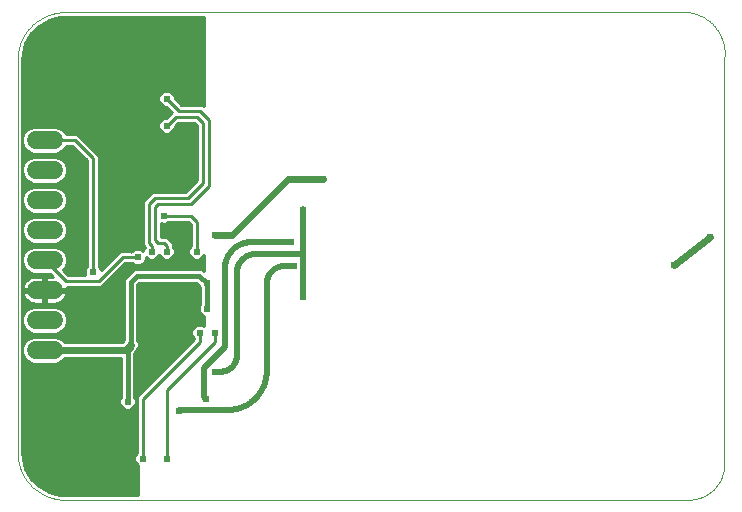
<source format=gbl>
G75*
%MOIN*%
%OFA0B0*%
%FSLAX25Y25*%
%IPPOS*%
%LPD*%
%AMOC8*
5,1,8,0,0,1.08239X$1,22.5*
%
%ADD10C,0.00000*%
%ADD11C,0.06000*%
%ADD12C,0.02381*%
%ADD13C,0.01000*%
%ADD14C,0.01600*%
%ADD15C,0.03169*%
%ADD16C,0.02400*%
%ADD17C,0.02000*%
D10*
X0021911Y0017616D02*
X0021911Y0148679D01*
X0021910Y0148679D02*
X0021915Y0149064D01*
X0021929Y0149450D01*
X0021953Y0149835D01*
X0021987Y0150219D01*
X0022029Y0150603D01*
X0022082Y0150985D01*
X0022143Y0151366D01*
X0022214Y0151745D01*
X0022294Y0152122D01*
X0022383Y0152498D01*
X0022482Y0152871D01*
X0022589Y0153241D01*
X0022706Y0153609D01*
X0022832Y0153974D01*
X0022966Y0154335D01*
X0023110Y0154693D01*
X0023262Y0155048D01*
X0023423Y0155399D01*
X0023592Y0155745D01*
X0023770Y0156088D01*
X0023956Y0156426D01*
X0024150Y0156759D01*
X0024353Y0157087D01*
X0024563Y0157411D01*
X0024781Y0157729D01*
X0025007Y0158041D01*
X0025241Y0158348D01*
X0025482Y0158650D01*
X0025730Y0158945D01*
X0025986Y0159234D01*
X0026249Y0159516D01*
X0026518Y0159792D01*
X0026794Y0160062D01*
X0027077Y0160324D01*
X0027366Y0160580D01*
X0027661Y0160828D01*
X0027962Y0161070D01*
X0028269Y0161303D01*
X0028582Y0161529D01*
X0028900Y0161747D01*
X0029223Y0161958D01*
X0029552Y0162160D01*
X0029885Y0162355D01*
X0030223Y0162541D01*
X0030565Y0162719D01*
X0030912Y0162888D01*
X0031263Y0163049D01*
X0031617Y0163201D01*
X0031975Y0163344D01*
X0032337Y0163479D01*
X0032702Y0163604D01*
X0033070Y0163721D01*
X0033440Y0163828D01*
X0033813Y0163927D01*
X0034188Y0164016D01*
X0034566Y0164096D01*
X0034945Y0164167D01*
X0035326Y0164229D01*
X0035708Y0164281D01*
X0036091Y0164323D01*
X0036476Y0164357D01*
X0036861Y0164381D01*
X0037246Y0164395D01*
X0037632Y0164400D01*
X0037633Y0164400D02*
X0245533Y0164400D01*
X0245533Y0164399D02*
X0245866Y0164349D01*
X0246197Y0164291D01*
X0246528Y0164225D01*
X0246856Y0164151D01*
X0247183Y0164070D01*
X0247507Y0163980D01*
X0247829Y0163882D01*
X0248149Y0163777D01*
X0248466Y0163664D01*
X0248780Y0163544D01*
X0249092Y0163416D01*
X0249400Y0163280D01*
X0249705Y0163137D01*
X0250006Y0162987D01*
X0250303Y0162829D01*
X0250597Y0162664D01*
X0250886Y0162493D01*
X0251172Y0162314D01*
X0251452Y0162128D01*
X0251729Y0161936D01*
X0252000Y0161737D01*
X0252267Y0161532D01*
X0252529Y0161320D01*
X0252785Y0161102D01*
X0253036Y0160878D01*
X0253282Y0160647D01*
X0253522Y0160411D01*
X0253756Y0160169D01*
X0253984Y0159922D01*
X0254207Y0159669D01*
X0254423Y0159411D01*
X0254632Y0159148D01*
X0254836Y0158879D01*
X0255032Y0158606D01*
X0255223Y0158329D01*
X0255406Y0158046D01*
X0255583Y0157760D01*
X0255752Y0157469D01*
X0255914Y0157174D01*
X0256070Y0156875D01*
X0256218Y0156573D01*
X0256358Y0156267D01*
X0256492Y0155958D01*
X0256617Y0155646D01*
X0256735Y0155330D01*
X0256846Y0155012D01*
X0256949Y0154692D01*
X0257044Y0154369D01*
X0257131Y0154044D01*
X0257210Y0153717D01*
X0257281Y0153388D01*
X0257345Y0153057D01*
X0257400Y0152725D01*
X0257447Y0152392D01*
X0257487Y0152057D01*
X0257518Y0151722D01*
X0257541Y0151386D01*
X0257556Y0151050D01*
X0257563Y0150713D01*
X0257561Y0150377D01*
X0257552Y0150040D01*
X0257534Y0149704D01*
X0257508Y0149368D01*
X0257475Y0149034D01*
X0257433Y0148700D01*
X0257415Y0013710D01*
X0257412Y0013425D01*
X0257402Y0013140D01*
X0257385Y0012855D01*
X0257361Y0012570D01*
X0257330Y0012286D01*
X0257293Y0012003D01*
X0257248Y0011721D01*
X0257197Y0011440D01*
X0257139Y0011161D01*
X0257074Y0010883D01*
X0257003Y0010606D01*
X0256925Y0010332D01*
X0256840Y0010059D01*
X0256748Y0009788D01*
X0256651Y0009520D01*
X0256546Y0009254D01*
X0256436Y0008991D01*
X0256319Y0008731D01*
X0256195Y0008473D01*
X0256066Y0008219D01*
X0255930Y0007968D01*
X0255788Y0007720D01*
X0255641Y0007475D01*
X0255487Y0007235D01*
X0255328Y0006998D01*
X0255163Y0006765D01*
X0254992Y0006536D01*
X0254816Y0006311D01*
X0254635Y0006091D01*
X0254448Y0005875D01*
X0254256Y0005663D01*
X0254059Y0005456D01*
X0253858Y0005255D01*
X0253651Y0005058D01*
X0253439Y0004866D01*
X0253223Y0004679D01*
X0253003Y0004498D01*
X0252778Y0004322D01*
X0252549Y0004151D01*
X0252316Y0003986D01*
X0252079Y0003827D01*
X0251839Y0003673D01*
X0251594Y0003526D01*
X0251346Y0003384D01*
X0251095Y0003248D01*
X0250841Y0003119D01*
X0250583Y0002995D01*
X0250323Y0002878D01*
X0250060Y0002768D01*
X0249794Y0002663D01*
X0249526Y0002566D01*
X0249255Y0002474D01*
X0248982Y0002389D01*
X0248708Y0002311D01*
X0248431Y0002240D01*
X0248153Y0002175D01*
X0247874Y0002117D01*
X0247593Y0002066D01*
X0247311Y0002021D01*
X0247028Y0001984D01*
X0246744Y0001953D01*
X0246459Y0001929D01*
X0246174Y0001912D01*
X0245889Y0001902D01*
X0245604Y0001899D01*
X0037628Y0001868D01*
X0037242Y0001874D01*
X0036856Y0001888D01*
X0036471Y0001913D01*
X0036087Y0001947D01*
X0035703Y0001990D01*
X0035321Y0002043D01*
X0034940Y0002105D01*
X0034560Y0002176D01*
X0034183Y0002256D01*
X0033807Y0002346D01*
X0033434Y0002445D01*
X0033064Y0002553D01*
X0032696Y0002671D01*
X0032331Y0002797D01*
X0031969Y0002932D01*
X0031611Y0003076D01*
X0031256Y0003228D01*
X0030906Y0003390D01*
X0030559Y0003559D01*
X0030217Y0003738D01*
X0029879Y0003924D01*
X0029545Y0004119D01*
X0029217Y0004322D01*
X0028894Y0004533D01*
X0028576Y0004752D01*
X0028263Y0004978D01*
X0027956Y0005212D01*
X0027655Y0005454D01*
X0027360Y0005703D01*
X0027071Y0005959D01*
X0026789Y0006222D01*
X0026513Y0006491D01*
X0026243Y0006768D01*
X0025981Y0007051D01*
X0025725Y0007340D01*
X0025477Y0007636D01*
X0025236Y0007938D01*
X0025003Y0008245D01*
X0024777Y0008558D01*
X0024559Y0008877D01*
X0024348Y0009200D01*
X0024146Y0009529D01*
X0023952Y0009863D01*
X0023766Y0010201D01*
X0023588Y0010544D01*
X0023419Y0010891D01*
X0023259Y0011242D01*
X0023107Y0011597D01*
X0022964Y0011955D01*
X0022829Y0012317D01*
X0022704Y0012682D01*
X0022587Y0013050D01*
X0022480Y0013421D01*
X0022382Y0013794D01*
X0022293Y0014170D01*
X0022213Y0014548D01*
X0022142Y0014927D01*
X0022081Y0015308D01*
X0022029Y0015691D01*
X0021987Y0016074D01*
X0021954Y0016459D01*
X0021930Y0016844D01*
X0021916Y0017230D01*
X0021911Y0017616D01*
D11*
X0027933Y0051800D02*
X0033933Y0051800D01*
X0033933Y0061800D02*
X0027933Y0061800D01*
X0027933Y0071800D02*
X0033933Y0071800D01*
X0033933Y0081800D02*
X0027933Y0081800D01*
X0027933Y0091800D02*
X0033933Y0091800D01*
X0033933Y0101800D02*
X0027933Y0101800D01*
X0027933Y0111800D02*
X0033933Y0111800D01*
X0033933Y0121800D02*
X0027933Y0121800D01*
D12*
X0071533Y0126600D03*
X0071533Y0135600D03*
X0081933Y0157800D03*
X0078533Y0108600D03*
X0070533Y0096600D03*
X0059533Y0085600D03*
X0061933Y0082800D03*
X0066533Y0084600D03*
X0071533Y0084600D03*
X0074533Y0082600D03*
X0081533Y0084600D03*
X0087733Y0090200D03*
X0101333Y0083800D03*
X0112933Y0087800D03*
X0113933Y0079800D03*
X0117088Y0069600D03*
X0087533Y0057600D03*
X0082533Y0057600D03*
X0084933Y0065600D03*
X0084933Y0074000D03*
X0059533Y0053600D03*
X0061533Y0045600D03*
X0058533Y0034600D03*
X0075533Y0031600D03*
X0084533Y0035600D03*
X0087533Y0044600D03*
X0071533Y0015600D03*
X0063533Y0015600D03*
X0046933Y0077800D03*
X0117133Y0098600D03*
X0123533Y0108796D03*
X0240533Y0080000D03*
X0252533Y0089600D03*
D13*
X0023532Y0015759D02*
X0024493Y0012170D01*
X0026348Y0008952D01*
X0028972Y0006323D01*
X0032187Y0004461D01*
X0035773Y0003494D01*
X0037631Y0003368D01*
X0037633Y0003368D01*
X0061933Y0003372D01*
X0061933Y0013395D01*
X0061252Y0014076D01*
X0060842Y0015065D01*
X0060842Y0016135D01*
X0061252Y0017124D01*
X0061533Y0017405D01*
X0061533Y0036428D01*
X0062704Y0037600D01*
X0080533Y0055428D01*
X0080533Y0055795D01*
X0080252Y0056076D01*
X0079842Y0057065D01*
X0079842Y0058135D01*
X0080252Y0059124D01*
X0081009Y0059881D01*
X0081997Y0060291D01*
X0083068Y0060291D01*
X0083933Y0059932D01*
X0083933Y0063102D01*
X0083409Y0063319D01*
X0082652Y0064076D01*
X0082242Y0065065D01*
X0082242Y0066135D01*
X0082633Y0067078D01*
X0082633Y0072522D01*
X0082261Y0073419D01*
X0081380Y0074300D01*
X0062485Y0074300D01*
X0061833Y0073647D01*
X0061833Y0055103D01*
X0062233Y0054137D01*
X0062233Y0053063D01*
X0061833Y0052097D01*
X0061833Y0051647D01*
X0060833Y0050647D01*
X0060833Y0036078D01*
X0061223Y0035135D01*
X0061223Y0034065D01*
X0060814Y0033076D01*
X0060057Y0032319D01*
X0059068Y0031909D01*
X0057997Y0031909D01*
X0057009Y0032319D01*
X0056252Y0033076D01*
X0055842Y0034065D01*
X0055842Y0035135D01*
X0056233Y0036078D01*
X0056233Y0049100D01*
X0037597Y0049100D01*
X0036482Y0047985D01*
X0034828Y0047300D01*
X0027038Y0047300D01*
X0025384Y0047985D01*
X0024118Y0049251D01*
X0023433Y0050905D01*
X0023433Y0052695D01*
X0024118Y0054349D01*
X0025384Y0055615D01*
X0027038Y0056300D01*
X0034828Y0056300D01*
X0036482Y0055615D01*
X0037597Y0054500D01*
X0056614Y0054500D01*
X0057233Y0055118D01*
X0057233Y0075553D01*
X0059233Y0077553D01*
X0060580Y0078900D01*
X0083285Y0078900D01*
X0083933Y0078253D01*
X0083933Y0083363D01*
X0083814Y0083076D01*
X0083057Y0082319D01*
X0082068Y0081909D01*
X0080997Y0081909D01*
X0080009Y0082319D01*
X0079252Y0083076D01*
X0078842Y0084065D01*
X0078842Y0085135D01*
X0079252Y0086124D01*
X0079533Y0086405D01*
X0079533Y0093772D01*
X0078704Y0094600D01*
X0072338Y0094600D01*
X0072057Y0094319D01*
X0071068Y0093909D01*
X0069997Y0093909D01*
X0069533Y0094102D01*
X0069533Y0089600D01*
X0071361Y0089600D01*
X0072533Y0088428D01*
X0073533Y0087428D01*
X0073533Y0086405D01*
X0073814Y0086124D01*
X0074223Y0085135D01*
X0074223Y0084065D01*
X0073814Y0083076D01*
X0073057Y0082319D01*
X0072068Y0081909D01*
X0070997Y0081909D01*
X0070009Y0082319D01*
X0069252Y0083076D01*
X0069033Y0083605D01*
X0068814Y0083076D01*
X0068057Y0082319D01*
X0067068Y0081909D01*
X0065997Y0081909D01*
X0065009Y0082319D01*
X0064623Y0082704D01*
X0064623Y0082265D01*
X0064214Y0081276D01*
X0063457Y0080519D01*
X0062468Y0080109D01*
X0061397Y0080109D01*
X0060409Y0080519D01*
X0060128Y0080800D01*
X0057761Y0080800D01*
X0050933Y0073972D01*
X0049761Y0072800D01*
X0038330Y0072800D01*
X0038410Y0072300D01*
X0031433Y0072300D01*
X0031433Y0071300D01*
X0038410Y0071300D01*
X0038322Y0070746D01*
X0038103Y0070073D01*
X0037781Y0069441D01*
X0037365Y0068868D01*
X0036864Y0068368D01*
X0036291Y0067951D01*
X0035660Y0067630D01*
X0034986Y0067411D01*
X0034287Y0067300D01*
X0031433Y0067300D01*
X0031433Y0071300D01*
X0030433Y0071300D01*
X0030433Y0067300D01*
X0027579Y0067300D01*
X0026879Y0067411D01*
X0026205Y0067630D01*
X0025574Y0067951D01*
X0025001Y0068368D01*
X0024500Y0068868D01*
X0024084Y0069441D01*
X0023762Y0070073D01*
X0023543Y0070746D01*
X0023456Y0071300D01*
X0030433Y0071300D01*
X0030433Y0072300D01*
X0030433Y0076300D01*
X0027579Y0076300D01*
X0026879Y0076189D01*
X0026205Y0075970D01*
X0025574Y0075649D01*
X0025001Y0075232D01*
X0024500Y0074732D01*
X0024084Y0074159D01*
X0023762Y0073527D01*
X0023543Y0072854D01*
X0023456Y0072300D01*
X0030433Y0072300D01*
X0031433Y0072300D01*
X0031433Y0076300D01*
X0033604Y0076300D01*
X0032604Y0077300D01*
X0027038Y0077300D01*
X0025384Y0077985D01*
X0024118Y0079251D01*
X0023433Y0080905D01*
X0023433Y0082695D01*
X0024118Y0084349D01*
X0025384Y0085615D01*
X0027038Y0086300D01*
X0034828Y0086300D01*
X0036482Y0085615D01*
X0037748Y0084349D01*
X0038433Y0082695D01*
X0038433Y0080905D01*
X0037748Y0079251D01*
X0037029Y0078532D01*
X0038761Y0076800D01*
X0044435Y0076800D01*
X0044242Y0077265D01*
X0044242Y0078335D01*
X0044652Y0079324D01*
X0044933Y0079605D01*
X0044933Y0114972D01*
X0040104Y0119800D01*
X0037975Y0119800D01*
X0037748Y0119251D01*
X0036482Y0117985D01*
X0034828Y0117300D01*
X0027038Y0117300D01*
X0025384Y0117985D01*
X0024118Y0119251D01*
X0023433Y0120905D01*
X0023433Y0122695D01*
X0024118Y0124349D01*
X0025384Y0125615D01*
X0027038Y0126300D01*
X0034828Y0126300D01*
X0036482Y0125615D01*
X0037748Y0124349D01*
X0037975Y0123800D01*
X0041761Y0123800D01*
X0042933Y0122628D01*
X0048933Y0116628D01*
X0048933Y0079605D01*
X0049214Y0079324D01*
X0049623Y0078335D01*
X0049623Y0078319D01*
X0056104Y0084800D01*
X0060128Y0084800D01*
X0060409Y0085081D01*
X0061397Y0085491D01*
X0062468Y0085491D01*
X0063457Y0085081D01*
X0063842Y0084696D01*
X0063842Y0085135D01*
X0064231Y0086073D01*
X0063533Y0086772D01*
X0063533Y0101428D01*
X0065533Y0103428D01*
X0065533Y0103428D01*
X0066704Y0104600D01*
X0077704Y0104600D01*
X0081533Y0108428D01*
X0081533Y0126772D01*
X0080704Y0127600D01*
X0075361Y0127600D01*
X0074223Y0126462D01*
X0074223Y0126065D01*
X0073814Y0125076D01*
X0073057Y0124319D01*
X0072068Y0123909D01*
X0070997Y0123909D01*
X0070009Y0124319D01*
X0069252Y0125076D01*
X0068842Y0126065D01*
X0068842Y0127135D01*
X0069252Y0128124D01*
X0070009Y0128881D01*
X0070997Y0129291D01*
X0071395Y0129291D01*
X0073204Y0131100D01*
X0071395Y0132909D01*
X0070997Y0132909D01*
X0070009Y0133319D01*
X0069252Y0134076D01*
X0068842Y0135065D01*
X0068842Y0136135D01*
X0069252Y0137124D01*
X0070009Y0137881D01*
X0070997Y0138291D01*
X0072068Y0138291D01*
X0073057Y0137881D01*
X0073814Y0137124D01*
X0074223Y0136135D01*
X0074223Y0135738D01*
X0076361Y0133600D01*
X0083361Y0133600D01*
X0083933Y0133028D01*
X0083933Y0162900D01*
X0037634Y0162900D01*
X0035778Y0162777D01*
X0032192Y0161815D01*
X0028978Y0159958D01*
X0026353Y0157333D01*
X0024496Y0154119D01*
X0023533Y0150534D01*
X0023411Y0148678D01*
X0023411Y0017616D01*
X0023532Y0015759D01*
X0023531Y0015779D02*
X0060842Y0015779D01*
X0060960Y0014781D02*
X0023794Y0014781D01*
X0024061Y0013782D02*
X0061546Y0013782D01*
X0061933Y0012784D02*
X0024328Y0012784D01*
X0024715Y0011785D02*
X0061933Y0011785D01*
X0061933Y0010787D02*
X0025290Y0010787D01*
X0025866Y0009788D02*
X0061933Y0009788D01*
X0061933Y0008790D02*
X0026510Y0008790D01*
X0027506Y0007791D02*
X0061933Y0007791D01*
X0061933Y0006793D02*
X0028503Y0006793D01*
X0029885Y0005794D02*
X0061933Y0005794D01*
X0061933Y0004796D02*
X0031609Y0004796D01*
X0034648Y0003797D02*
X0061933Y0003797D01*
X0063533Y0015600D02*
X0063533Y0035600D01*
X0082533Y0054600D01*
X0082533Y0057600D01*
X0080082Y0058715D02*
X0061833Y0058715D01*
X0061833Y0057717D02*
X0079842Y0057717D01*
X0079986Y0056718D02*
X0061833Y0056718D01*
X0061833Y0055720D02*
X0080533Y0055720D01*
X0079825Y0054721D02*
X0061991Y0054721D01*
X0062233Y0053723D02*
X0078827Y0053723D01*
X0077828Y0052724D02*
X0062092Y0052724D01*
X0061833Y0051726D02*
X0076830Y0051726D01*
X0075831Y0050727D02*
X0060912Y0050727D01*
X0060833Y0049729D02*
X0074833Y0049729D01*
X0073834Y0048730D02*
X0060833Y0048730D01*
X0060833Y0047732D02*
X0072836Y0047732D01*
X0071837Y0046733D02*
X0060833Y0046733D01*
X0060833Y0045734D02*
X0070839Y0045734D01*
X0069840Y0044736D02*
X0060833Y0044736D01*
X0060833Y0043737D02*
X0068842Y0043737D01*
X0067843Y0042739D02*
X0060833Y0042739D01*
X0060833Y0041740D02*
X0066845Y0041740D01*
X0065846Y0040742D02*
X0060833Y0040742D01*
X0060833Y0039743D02*
X0064848Y0039743D01*
X0063849Y0038745D02*
X0060833Y0038745D01*
X0060833Y0037746D02*
X0062851Y0037746D01*
X0061852Y0036748D02*
X0060833Y0036748D01*
X0060969Y0035749D02*
X0061533Y0035749D01*
X0061533Y0034751D02*
X0061223Y0034751D01*
X0061094Y0033752D02*
X0061533Y0033752D01*
X0061533Y0032754D02*
X0060492Y0032754D01*
X0061533Y0031755D02*
X0023411Y0031755D01*
X0023411Y0030757D02*
X0061533Y0030757D01*
X0061533Y0029758D02*
X0023411Y0029758D01*
X0023411Y0028760D02*
X0061533Y0028760D01*
X0061533Y0027761D02*
X0023411Y0027761D01*
X0023411Y0026763D02*
X0061533Y0026763D01*
X0061533Y0025764D02*
X0023411Y0025764D01*
X0023411Y0024766D02*
X0061533Y0024766D01*
X0061533Y0023767D02*
X0023411Y0023767D01*
X0023411Y0022769D02*
X0061533Y0022769D01*
X0061533Y0021770D02*
X0023411Y0021770D01*
X0023411Y0020772D02*
X0061533Y0020772D01*
X0061533Y0019773D02*
X0023411Y0019773D01*
X0023411Y0018775D02*
X0061533Y0018775D01*
X0061533Y0017776D02*
X0023411Y0017776D01*
X0023466Y0016778D02*
X0061108Y0016778D01*
X0071533Y0015600D02*
X0071533Y0038600D01*
X0087533Y0054600D01*
X0087533Y0057600D01*
X0083933Y0060712D02*
X0061833Y0060712D01*
X0061833Y0059714D02*
X0080841Y0059714D01*
X0083933Y0061711D02*
X0061833Y0061711D01*
X0061833Y0062709D02*
X0083933Y0062709D01*
X0083020Y0063708D02*
X0061833Y0063708D01*
X0061833Y0064706D02*
X0082391Y0064706D01*
X0082242Y0065705D02*
X0061833Y0065705D01*
X0061833Y0066703D02*
X0082477Y0066703D01*
X0082633Y0067702D02*
X0061833Y0067702D01*
X0061833Y0068700D02*
X0082633Y0068700D01*
X0082633Y0069699D02*
X0061833Y0069699D01*
X0061833Y0070697D02*
X0082633Y0070697D01*
X0082633Y0071696D02*
X0061833Y0071696D01*
X0061833Y0072694D02*
X0082561Y0072694D01*
X0081987Y0073693D02*
X0061878Y0073693D01*
X0057233Y0073693D02*
X0050654Y0073693D01*
X0051652Y0074691D02*
X0057233Y0074691D01*
X0057370Y0075690D02*
X0052651Y0075690D01*
X0053649Y0076688D02*
X0058368Y0076688D01*
X0059367Y0077687D02*
X0054648Y0077687D01*
X0055646Y0078685D02*
X0060365Y0078685D01*
X0060245Y0080682D02*
X0057643Y0080682D01*
X0056645Y0079684D02*
X0083933Y0079684D01*
X0083933Y0080682D02*
X0063620Y0080682D01*
X0064381Y0081681D02*
X0083933Y0081681D01*
X0083933Y0082679D02*
X0083417Y0082679D01*
X0081533Y0084600D02*
X0081533Y0094600D01*
X0079533Y0096600D01*
X0070533Y0096600D01*
X0067533Y0099600D02*
X0068533Y0100600D01*
X0079533Y0100600D01*
X0085533Y0106600D01*
X0085533Y0128600D01*
X0082533Y0131600D01*
X0075533Y0131600D01*
X0071533Y0135600D01*
X0074031Y0136599D02*
X0083933Y0136599D01*
X0083933Y0135601D02*
X0074361Y0135601D01*
X0075359Y0134602D02*
X0083933Y0134602D01*
X0083933Y0133603D02*
X0076358Y0133603D01*
X0072698Y0131606D02*
X0023411Y0131606D01*
X0023411Y0130608D02*
X0072712Y0130608D01*
X0071714Y0129609D02*
X0023411Y0129609D01*
X0023411Y0128611D02*
X0069739Y0128611D01*
X0069040Y0127612D02*
X0023411Y0127612D01*
X0023411Y0126614D02*
X0068842Y0126614D01*
X0069028Y0125615D02*
X0036481Y0125615D01*
X0037480Y0124617D02*
X0069711Y0124617D01*
X0071533Y0126600D02*
X0074533Y0129600D01*
X0081533Y0129600D01*
X0083533Y0127600D01*
X0083533Y0107600D01*
X0078533Y0102600D01*
X0067533Y0102600D01*
X0065533Y0100600D01*
X0065533Y0087600D01*
X0066533Y0086600D01*
X0066533Y0084600D01*
X0068417Y0082679D02*
X0069648Y0082679D01*
X0071533Y0084600D02*
X0071533Y0086600D01*
X0070533Y0087600D01*
X0068533Y0087600D01*
X0067533Y0088600D01*
X0067533Y0099600D01*
X0063533Y0099654D02*
X0048933Y0099654D01*
X0048933Y0098656D02*
X0063533Y0098656D01*
X0063533Y0097657D02*
X0048933Y0097657D01*
X0048933Y0096659D02*
X0063533Y0096659D01*
X0063533Y0095660D02*
X0048933Y0095660D01*
X0048933Y0094662D02*
X0063533Y0094662D01*
X0063533Y0093663D02*
X0048933Y0093663D01*
X0048933Y0092665D02*
X0063533Y0092665D01*
X0063533Y0091666D02*
X0048933Y0091666D01*
X0048933Y0090668D02*
X0063533Y0090668D01*
X0063533Y0089669D02*
X0048933Y0089669D01*
X0048933Y0088670D02*
X0063533Y0088670D01*
X0063533Y0087672D02*
X0048933Y0087672D01*
X0048933Y0086673D02*
X0063631Y0086673D01*
X0064066Y0085675D02*
X0048933Y0085675D01*
X0048933Y0084676D02*
X0055981Y0084676D01*
X0054982Y0083678D02*
X0048933Y0083678D01*
X0048933Y0082679D02*
X0053984Y0082679D01*
X0052985Y0081681D02*
X0048933Y0081681D01*
X0048933Y0080682D02*
X0051987Y0080682D01*
X0050988Y0079684D02*
X0048933Y0079684D01*
X0049478Y0078685D02*
X0049990Y0078685D01*
X0046933Y0077800D02*
X0046933Y0115800D01*
X0040933Y0121800D01*
X0030933Y0121800D01*
X0035618Y0117627D02*
X0042277Y0117627D01*
X0043275Y0116629D02*
X0023411Y0116629D01*
X0023411Y0117627D02*
X0026247Y0117627D01*
X0027038Y0116300D02*
X0025384Y0115615D01*
X0024118Y0114349D01*
X0023433Y0112695D01*
X0023433Y0110905D01*
X0024118Y0109251D01*
X0025384Y0107985D01*
X0027038Y0107300D01*
X0034828Y0107300D01*
X0036482Y0107985D01*
X0037748Y0109251D01*
X0038433Y0110905D01*
X0038433Y0112695D01*
X0037748Y0114349D01*
X0036482Y0115615D01*
X0034828Y0116300D01*
X0027038Y0116300D01*
X0025421Y0115630D02*
X0023411Y0115630D01*
X0023411Y0114632D02*
X0024400Y0114632D01*
X0023821Y0113633D02*
X0023411Y0113633D01*
X0023411Y0112635D02*
X0023433Y0112635D01*
X0023411Y0111636D02*
X0023433Y0111636D01*
X0023411Y0110638D02*
X0023543Y0110638D01*
X0023411Y0109639D02*
X0023957Y0109639D01*
X0023411Y0108641D02*
X0024728Y0108641D01*
X0023411Y0107642D02*
X0026211Y0107642D01*
X0027038Y0106300D02*
X0025384Y0105615D01*
X0024118Y0104349D01*
X0023433Y0102695D01*
X0023433Y0100905D01*
X0024118Y0099251D01*
X0025384Y0097985D01*
X0027038Y0097300D01*
X0034828Y0097300D01*
X0036482Y0097985D01*
X0037748Y0099251D01*
X0038433Y0100905D01*
X0038433Y0102695D01*
X0037748Y0104349D01*
X0036482Y0105615D01*
X0034828Y0106300D01*
X0027038Y0106300D01*
X0025457Y0105645D02*
X0023411Y0105645D01*
X0023411Y0104647D02*
X0024415Y0104647D01*
X0023827Y0103648D02*
X0023411Y0103648D01*
X0023411Y0102650D02*
X0023433Y0102650D01*
X0023411Y0101651D02*
X0023433Y0101651D01*
X0023411Y0100653D02*
X0023537Y0100653D01*
X0023411Y0099654D02*
X0023951Y0099654D01*
X0023411Y0098656D02*
X0024713Y0098656D01*
X0023411Y0097657D02*
X0026175Y0097657D01*
X0027038Y0096300D02*
X0025384Y0095615D01*
X0024118Y0094349D01*
X0023433Y0092695D01*
X0023433Y0090905D01*
X0024118Y0089251D01*
X0025384Y0087985D01*
X0027038Y0087300D01*
X0034828Y0087300D01*
X0036482Y0087985D01*
X0037748Y0089251D01*
X0038433Y0090905D01*
X0038433Y0092695D01*
X0037748Y0094349D01*
X0036482Y0095615D01*
X0034828Y0096300D01*
X0027038Y0096300D01*
X0025493Y0095660D02*
X0023411Y0095660D01*
X0023411Y0094662D02*
X0024430Y0094662D01*
X0023834Y0093663D02*
X0023411Y0093663D01*
X0023411Y0092665D02*
X0023433Y0092665D01*
X0023411Y0091666D02*
X0023433Y0091666D01*
X0023411Y0090668D02*
X0023531Y0090668D01*
X0023411Y0089669D02*
X0023945Y0089669D01*
X0023411Y0088670D02*
X0024698Y0088670D01*
X0023411Y0087672D02*
X0026140Y0087672D01*
X0025529Y0085675D02*
X0023411Y0085675D01*
X0023411Y0086673D02*
X0044933Y0086673D01*
X0044933Y0085675D02*
X0036337Y0085675D01*
X0037420Y0084676D02*
X0044933Y0084676D01*
X0044933Y0083678D02*
X0038026Y0083678D01*
X0038433Y0082679D02*
X0044933Y0082679D01*
X0044933Y0081681D02*
X0038433Y0081681D01*
X0038341Y0080682D02*
X0044933Y0080682D01*
X0044933Y0079684D02*
X0037927Y0079684D01*
X0037182Y0078685D02*
X0044387Y0078685D01*
X0044242Y0077687D02*
X0037874Y0077687D01*
X0037933Y0074800D02*
X0030933Y0081800D01*
X0024683Y0078685D02*
X0023411Y0078685D01*
X0023411Y0077687D02*
X0026104Y0077687D01*
X0025655Y0075690D02*
X0023411Y0075690D01*
X0023411Y0076688D02*
X0033216Y0076688D01*
X0031433Y0075690D02*
X0030433Y0075690D01*
X0030433Y0074691D02*
X0031433Y0074691D01*
X0031433Y0073693D02*
X0030433Y0073693D01*
X0030433Y0072694D02*
X0031433Y0072694D01*
X0031433Y0071696D02*
X0057233Y0071696D01*
X0057233Y0072694D02*
X0038347Y0072694D01*
X0038306Y0070697D02*
X0057233Y0070697D01*
X0057233Y0069699D02*
X0037913Y0069699D01*
X0037197Y0068700D02*
X0057233Y0068700D01*
X0057233Y0067702D02*
X0035801Y0067702D01*
X0034828Y0066300D02*
X0027038Y0066300D01*
X0025384Y0065615D01*
X0024118Y0064349D01*
X0023433Y0062695D01*
X0023433Y0060905D01*
X0024118Y0059251D01*
X0025384Y0057985D01*
X0027038Y0057300D01*
X0034828Y0057300D01*
X0036482Y0057985D01*
X0037748Y0059251D01*
X0038433Y0060905D01*
X0038433Y0062695D01*
X0037748Y0064349D01*
X0036482Y0065615D01*
X0034828Y0066300D01*
X0036265Y0065705D02*
X0057233Y0065705D01*
X0057233Y0066703D02*
X0023411Y0066703D01*
X0023411Y0065705D02*
X0025600Y0065705D01*
X0024475Y0064706D02*
X0023411Y0064706D01*
X0023411Y0063708D02*
X0023852Y0063708D01*
X0023439Y0062709D02*
X0023411Y0062709D01*
X0023411Y0061711D02*
X0023433Y0061711D01*
X0023411Y0060712D02*
X0023512Y0060712D01*
X0023411Y0059714D02*
X0023926Y0059714D01*
X0023411Y0058715D02*
X0024654Y0058715D01*
X0023411Y0057717D02*
X0026032Y0057717D01*
X0025636Y0055720D02*
X0023411Y0055720D01*
X0023411Y0056718D02*
X0057233Y0056718D01*
X0057233Y0055720D02*
X0036229Y0055720D01*
X0037376Y0054721D02*
X0056835Y0054721D01*
X0057233Y0057717D02*
X0035834Y0057717D01*
X0037212Y0058715D02*
X0057233Y0058715D01*
X0057233Y0059714D02*
X0037939Y0059714D01*
X0038353Y0060712D02*
X0057233Y0060712D01*
X0057233Y0061711D02*
X0038433Y0061711D01*
X0038427Y0062709D02*
X0057233Y0062709D01*
X0057233Y0063708D02*
X0038013Y0063708D01*
X0037390Y0064706D02*
X0057233Y0064706D01*
X0048933Y0074800D02*
X0037933Y0074800D01*
X0031433Y0070697D02*
X0030433Y0070697D01*
X0030433Y0069699D02*
X0031433Y0069699D01*
X0031433Y0068700D02*
X0030433Y0068700D01*
X0030433Y0067702D02*
X0031433Y0067702D01*
X0030433Y0071696D02*
X0023411Y0071696D01*
X0023411Y0072694D02*
X0023518Y0072694D01*
X0023411Y0073693D02*
X0023847Y0073693D01*
X0023411Y0074691D02*
X0024471Y0074691D01*
X0023559Y0070697D02*
X0023411Y0070697D01*
X0023411Y0069699D02*
X0023953Y0069699D01*
X0023411Y0068700D02*
X0024668Y0068700D01*
X0023411Y0067702D02*
X0026064Y0067702D01*
X0023938Y0079684D02*
X0023411Y0079684D01*
X0023411Y0080682D02*
X0023525Y0080682D01*
X0023433Y0081681D02*
X0023411Y0081681D01*
X0023411Y0082679D02*
X0023433Y0082679D01*
X0023411Y0083678D02*
X0023840Y0083678D01*
X0023411Y0084676D02*
X0024445Y0084676D01*
X0035726Y0087672D02*
X0044933Y0087672D01*
X0044933Y0088670D02*
X0037167Y0088670D01*
X0037921Y0089669D02*
X0044933Y0089669D01*
X0044933Y0090668D02*
X0038334Y0090668D01*
X0038433Y0091666D02*
X0044933Y0091666D01*
X0044933Y0092665D02*
X0038433Y0092665D01*
X0038032Y0093663D02*
X0044933Y0093663D01*
X0044933Y0094662D02*
X0037435Y0094662D01*
X0036373Y0095660D02*
X0044933Y0095660D01*
X0044933Y0096659D02*
X0023411Y0096659D01*
X0035690Y0097657D02*
X0044933Y0097657D01*
X0044933Y0098656D02*
X0037152Y0098656D01*
X0037915Y0099654D02*
X0044933Y0099654D01*
X0044933Y0100653D02*
X0038328Y0100653D01*
X0038433Y0101651D02*
X0044933Y0101651D01*
X0044933Y0102650D02*
X0038433Y0102650D01*
X0038038Y0103648D02*
X0044933Y0103648D01*
X0044933Y0104647D02*
X0037450Y0104647D01*
X0036409Y0105645D02*
X0044933Y0105645D01*
X0044933Y0106644D02*
X0023411Y0106644D01*
X0035654Y0107642D02*
X0044933Y0107642D01*
X0044933Y0108641D02*
X0037137Y0108641D01*
X0037908Y0109639D02*
X0044933Y0109639D01*
X0044933Y0110638D02*
X0038322Y0110638D01*
X0038433Y0111636D02*
X0044933Y0111636D01*
X0044933Y0112635D02*
X0038433Y0112635D01*
X0038044Y0113633D02*
X0044933Y0113633D01*
X0044933Y0114632D02*
X0037465Y0114632D01*
X0036445Y0115630D02*
X0044274Y0115630D01*
X0046935Y0118626D02*
X0081533Y0118626D01*
X0081533Y0119624D02*
X0045937Y0119624D01*
X0044938Y0120623D02*
X0081533Y0120623D01*
X0081533Y0121621D02*
X0043940Y0121621D01*
X0042941Y0122620D02*
X0081533Y0122620D01*
X0081533Y0123618D02*
X0041943Y0123618D01*
X0040280Y0119624D02*
X0037902Y0119624D01*
X0037122Y0118626D02*
X0041278Y0118626D01*
X0047934Y0117627D02*
X0081533Y0117627D01*
X0081533Y0116629D02*
X0048932Y0116629D01*
X0048933Y0115630D02*
X0081533Y0115630D01*
X0081533Y0114632D02*
X0048933Y0114632D01*
X0048933Y0113633D02*
X0081533Y0113633D01*
X0081533Y0112635D02*
X0048933Y0112635D01*
X0048933Y0111636D02*
X0081533Y0111636D01*
X0081533Y0110638D02*
X0048933Y0110638D01*
X0048933Y0109639D02*
X0081533Y0109639D01*
X0081533Y0108641D02*
X0048933Y0108641D01*
X0048933Y0107642D02*
X0080746Y0107642D01*
X0079748Y0106644D02*
X0048933Y0106644D01*
X0048933Y0105645D02*
X0078749Y0105645D01*
X0077751Y0104647D02*
X0048933Y0104647D01*
X0048933Y0103648D02*
X0065752Y0103648D01*
X0064754Y0102650D02*
X0048933Y0102650D01*
X0048933Y0101651D02*
X0063755Y0101651D01*
X0063533Y0100653D02*
X0048933Y0100653D01*
X0059533Y0085600D02*
X0059533Y0084600D01*
X0061933Y0082800D02*
X0056933Y0082800D01*
X0048933Y0074800D01*
X0064623Y0082679D02*
X0064648Y0082679D01*
X0072291Y0088670D02*
X0079533Y0088670D01*
X0079533Y0087672D02*
X0073289Y0087672D01*
X0073533Y0086673D02*
X0079533Y0086673D01*
X0079066Y0085675D02*
X0074000Y0085675D01*
X0074223Y0084676D02*
X0078842Y0084676D01*
X0079002Y0083678D02*
X0074063Y0083678D01*
X0074533Y0083600D02*
X0074533Y0082600D01*
X0073417Y0082679D02*
X0079648Y0082679D01*
X0083500Y0078685D02*
X0083933Y0078685D01*
X0079533Y0089669D02*
X0069533Y0089669D01*
X0069533Y0090668D02*
X0079533Y0090668D01*
X0079533Y0091666D02*
X0069533Y0091666D01*
X0069533Y0092665D02*
X0079533Y0092665D01*
X0079533Y0093663D02*
X0069533Y0093663D01*
X0078533Y0107600D02*
X0078533Y0108600D01*
X0081533Y0124617D02*
X0073355Y0124617D01*
X0074037Y0125615D02*
X0081533Y0125615D01*
X0081533Y0126614D02*
X0074375Y0126614D01*
X0071699Y0132605D02*
X0023411Y0132605D01*
X0023411Y0133603D02*
X0069724Y0133603D01*
X0069034Y0134602D02*
X0023411Y0134602D01*
X0023411Y0135601D02*
X0068842Y0135601D01*
X0069034Y0136599D02*
X0023411Y0136599D01*
X0023411Y0137598D02*
X0069725Y0137598D01*
X0073340Y0137598D02*
X0083933Y0137598D01*
X0083933Y0138596D02*
X0023411Y0138596D01*
X0023411Y0139595D02*
X0083933Y0139595D01*
X0083933Y0140593D02*
X0023411Y0140593D01*
X0023411Y0141592D02*
X0083933Y0141592D01*
X0083933Y0142590D02*
X0023411Y0142590D01*
X0023411Y0143589D02*
X0083933Y0143589D01*
X0083933Y0144587D02*
X0023411Y0144587D01*
X0023411Y0145586D02*
X0083933Y0145586D01*
X0083933Y0146584D02*
X0023411Y0146584D01*
X0023411Y0147583D02*
X0083933Y0147583D01*
X0083933Y0148581D02*
X0023411Y0148581D01*
X0023470Y0149580D02*
X0083933Y0149580D01*
X0083933Y0150578D02*
X0023545Y0150578D01*
X0023813Y0151577D02*
X0083933Y0151577D01*
X0083933Y0152575D02*
X0024081Y0152575D01*
X0024349Y0153574D02*
X0083933Y0153574D01*
X0083933Y0154572D02*
X0024758Y0154572D01*
X0025334Y0155571D02*
X0083933Y0155571D01*
X0083933Y0156569D02*
X0025911Y0156569D01*
X0026587Y0157568D02*
X0083933Y0157568D01*
X0083933Y0158566D02*
X0027586Y0158566D01*
X0028584Y0159565D02*
X0083933Y0159565D01*
X0083933Y0160563D02*
X0030025Y0160563D01*
X0031754Y0161562D02*
X0083933Y0161562D01*
X0083933Y0162560D02*
X0034969Y0162560D01*
X0081933Y0159800D02*
X0081933Y0157800D01*
X0025385Y0125615D02*
X0023411Y0125615D01*
X0023411Y0124617D02*
X0024386Y0124617D01*
X0023815Y0123618D02*
X0023411Y0123618D01*
X0023411Y0122620D02*
X0023433Y0122620D01*
X0023411Y0121621D02*
X0023433Y0121621D01*
X0023411Y0120623D02*
X0023549Y0120623D01*
X0023411Y0119624D02*
X0023963Y0119624D01*
X0023411Y0118626D02*
X0024743Y0118626D01*
X0024490Y0054721D02*
X0023411Y0054721D01*
X0023411Y0053723D02*
X0023858Y0053723D01*
X0023445Y0052724D02*
X0023411Y0052724D01*
X0023411Y0051726D02*
X0023433Y0051726D01*
X0023411Y0050727D02*
X0023506Y0050727D01*
X0023411Y0049729D02*
X0023920Y0049729D01*
X0023411Y0048730D02*
X0024639Y0048730D01*
X0023411Y0047732D02*
X0025996Y0047732D01*
X0023411Y0046733D02*
X0056233Y0046733D01*
X0056233Y0045734D02*
X0023411Y0045734D01*
X0023411Y0044736D02*
X0056233Y0044736D01*
X0056233Y0043737D02*
X0023411Y0043737D01*
X0023411Y0042739D02*
X0056233Y0042739D01*
X0056233Y0041740D02*
X0023411Y0041740D01*
X0023411Y0040742D02*
X0056233Y0040742D01*
X0056233Y0039743D02*
X0023411Y0039743D01*
X0023411Y0038745D02*
X0056233Y0038745D01*
X0056233Y0037746D02*
X0023411Y0037746D01*
X0023411Y0036748D02*
X0056233Y0036748D01*
X0056097Y0035749D02*
X0023411Y0035749D01*
X0023411Y0034751D02*
X0055842Y0034751D01*
X0055972Y0033752D02*
X0023411Y0033752D01*
X0023411Y0032754D02*
X0056574Y0032754D01*
X0056233Y0047732D02*
X0035870Y0047732D01*
X0037227Y0048730D02*
X0056233Y0048730D01*
D14*
X0058533Y0051600D02*
X0059533Y0052600D01*
X0059533Y0053600D01*
X0059533Y0074600D01*
X0061533Y0076600D01*
X0082333Y0076600D01*
X0084933Y0074000D01*
X0084933Y0065600D01*
X0058533Y0051600D02*
X0058533Y0034600D01*
X0061533Y0045600D02*
X0062533Y0045600D01*
D15*
X0067533Y0064600D03*
X0070933Y0068000D03*
X0074533Y0064600D03*
X0074533Y0071600D03*
X0067533Y0071600D03*
D16*
X0059533Y0053600D02*
X0057733Y0051800D01*
X0030933Y0051800D01*
X0087733Y0090200D02*
X0093333Y0090200D01*
X0111933Y0108800D01*
X0123329Y0108800D01*
X0123533Y0108796D01*
X0240533Y0080000D02*
X0252533Y0089600D01*
D17*
X0117088Y0083800D02*
X0117088Y0069600D01*
X0110933Y0079800D02*
X0110781Y0079798D01*
X0110629Y0079792D01*
X0110477Y0079783D01*
X0110326Y0079769D01*
X0110175Y0079752D01*
X0110024Y0079731D01*
X0109874Y0079706D01*
X0109725Y0079677D01*
X0109577Y0079645D01*
X0109429Y0079608D01*
X0109282Y0079569D01*
X0109137Y0079525D01*
X0108992Y0079477D01*
X0108849Y0079427D01*
X0108707Y0079372D01*
X0108567Y0079314D01*
X0108428Y0079252D01*
X0108291Y0079187D01*
X0108155Y0079118D01*
X0108021Y0079046D01*
X0107889Y0078971D01*
X0107759Y0078892D01*
X0107631Y0078810D01*
X0107505Y0078725D01*
X0107382Y0078636D01*
X0107260Y0078545D01*
X0107141Y0078450D01*
X0107025Y0078353D01*
X0106911Y0078252D01*
X0106799Y0078149D01*
X0106690Y0078043D01*
X0106584Y0077934D01*
X0106481Y0077822D01*
X0106380Y0077708D01*
X0106283Y0077592D01*
X0106188Y0077473D01*
X0106097Y0077351D01*
X0106008Y0077228D01*
X0105923Y0077102D01*
X0105841Y0076974D01*
X0105762Y0076844D01*
X0105687Y0076712D01*
X0105615Y0076578D01*
X0105546Y0076442D01*
X0105481Y0076305D01*
X0105419Y0076166D01*
X0105361Y0076026D01*
X0105306Y0075884D01*
X0105256Y0075741D01*
X0105208Y0075596D01*
X0105164Y0075451D01*
X0105125Y0075304D01*
X0105088Y0075156D01*
X0105056Y0075008D01*
X0105027Y0074859D01*
X0105002Y0074709D01*
X0104981Y0074558D01*
X0104964Y0074407D01*
X0104950Y0074256D01*
X0104941Y0074104D01*
X0104935Y0073952D01*
X0104933Y0073800D01*
X0104933Y0044800D01*
X0094933Y0049800D02*
X0094933Y0077400D01*
X0090933Y0078800D02*
X0090933Y0052800D01*
X0083933Y0045800D01*
X0083933Y0036200D01*
X0084533Y0035600D01*
X0091933Y0031800D02*
X0075733Y0031800D01*
X0075707Y0031798D01*
X0075681Y0031793D01*
X0075656Y0031785D01*
X0075633Y0031773D01*
X0075611Y0031759D01*
X0075592Y0031741D01*
X0075574Y0031722D01*
X0075560Y0031700D01*
X0075548Y0031677D01*
X0075540Y0031652D01*
X0075535Y0031626D01*
X0075533Y0031600D01*
X0087533Y0044600D02*
X0089733Y0044600D01*
X0091933Y0031800D02*
X0092247Y0031804D01*
X0092561Y0031815D01*
X0092875Y0031834D01*
X0093188Y0031861D01*
X0093500Y0031895D01*
X0093811Y0031936D01*
X0094122Y0031986D01*
X0094431Y0032042D01*
X0094738Y0032106D01*
X0095044Y0032178D01*
X0095348Y0032257D01*
X0095650Y0032343D01*
X0095950Y0032436D01*
X0096248Y0032537D01*
X0096543Y0032645D01*
X0096835Y0032760D01*
X0097125Y0032882D01*
X0097411Y0033011D01*
X0097694Y0033146D01*
X0097974Y0033289D01*
X0098251Y0033438D01*
X0098523Y0033594D01*
X0098792Y0033757D01*
X0099057Y0033926D01*
X0099318Y0034101D01*
X0099574Y0034283D01*
X0099826Y0034470D01*
X0100073Y0034664D01*
X0100316Y0034864D01*
X0100554Y0035069D01*
X0100786Y0035281D01*
X0101014Y0035497D01*
X0101236Y0035719D01*
X0101452Y0035947D01*
X0101664Y0036179D01*
X0101869Y0036417D01*
X0102069Y0036660D01*
X0102263Y0036907D01*
X0102450Y0037159D01*
X0102632Y0037415D01*
X0102807Y0037676D01*
X0102976Y0037941D01*
X0103139Y0038210D01*
X0103295Y0038482D01*
X0103444Y0038759D01*
X0103587Y0039039D01*
X0103722Y0039322D01*
X0103851Y0039608D01*
X0103973Y0039898D01*
X0104088Y0040190D01*
X0104196Y0040485D01*
X0104297Y0040783D01*
X0104390Y0041083D01*
X0104476Y0041385D01*
X0104555Y0041689D01*
X0104627Y0041995D01*
X0104691Y0042302D01*
X0104747Y0042611D01*
X0104797Y0042922D01*
X0104838Y0043233D01*
X0104872Y0043545D01*
X0104899Y0043858D01*
X0104918Y0044172D01*
X0104929Y0044486D01*
X0104933Y0044800D01*
X0094933Y0049800D02*
X0094931Y0049657D01*
X0094925Y0049514D01*
X0094915Y0049371D01*
X0094901Y0049228D01*
X0094884Y0049086D01*
X0094862Y0048944D01*
X0094837Y0048803D01*
X0094807Y0048663D01*
X0094774Y0048523D01*
X0094737Y0048385D01*
X0094696Y0048248D01*
X0094651Y0048112D01*
X0094603Y0047977D01*
X0094551Y0047843D01*
X0094495Y0047711D01*
X0094436Y0047581D01*
X0094373Y0047452D01*
X0094306Y0047325D01*
X0094236Y0047200D01*
X0094163Y0047077D01*
X0094086Y0046956D01*
X0094006Y0046837D01*
X0093923Y0046720D01*
X0093837Y0046606D01*
X0093747Y0046494D01*
X0093654Y0046385D01*
X0093559Y0046278D01*
X0093460Y0046174D01*
X0093359Y0046073D01*
X0093255Y0045974D01*
X0093148Y0045879D01*
X0093039Y0045786D01*
X0092927Y0045696D01*
X0092813Y0045610D01*
X0092696Y0045527D01*
X0092577Y0045447D01*
X0092456Y0045370D01*
X0092333Y0045297D01*
X0092208Y0045227D01*
X0092081Y0045160D01*
X0091952Y0045097D01*
X0091822Y0045038D01*
X0091690Y0044982D01*
X0091556Y0044930D01*
X0091421Y0044882D01*
X0091285Y0044837D01*
X0091148Y0044796D01*
X0091010Y0044759D01*
X0090870Y0044726D01*
X0090730Y0044696D01*
X0090589Y0044671D01*
X0090447Y0044649D01*
X0090305Y0044632D01*
X0090162Y0044618D01*
X0090019Y0044608D01*
X0089876Y0044602D01*
X0089733Y0044600D01*
X0094933Y0077400D02*
X0094935Y0077557D01*
X0094941Y0077714D01*
X0094950Y0077871D01*
X0094964Y0078027D01*
X0094981Y0078183D01*
X0095002Y0078339D01*
X0095027Y0078494D01*
X0095056Y0078649D01*
X0095089Y0078802D01*
X0095125Y0078955D01*
X0095165Y0079107D01*
X0095209Y0079258D01*
X0095256Y0079408D01*
X0095307Y0079556D01*
X0095362Y0079703D01*
X0095420Y0079849D01*
X0095482Y0079994D01*
X0095547Y0080136D01*
X0095616Y0080278D01*
X0095689Y0080417D01*
X0095764Y0080555D01*
X0095844Y0080690D01*
X0095926Y0080824D01*
X0096012Y0080956D01*
X0096100Y0081085D01*
X0096192Y0081212D01*
X0096288Y0081337D01*
X0096386Y0081460D01*
X0096487Y0081580D01*
X0096591Y0081698D01*
X0096698Y0081813D01*
X0096808Y0081925D01*
X0096920Y0082035D01*
X0097035Y0082142D01*
X0097153Y0082246D01*
X0097273Y0082347D01*
X0097396Y0082445D01*
X0097521Y0082541D01*
X0097648Y0082633D01*
X0097777Y0082721D01*
X0097909Y0082807D01*
X0098043Y0082889D01*
X0098178Y0082969D01*
X0098316Y0083044D01*
X0098455Y0083117D01*
X0098597Y0083186D01*
X0098739Y0083251D01*
X0098884Y0083313D01*
X0099030Y0083371D01*
X0099177Y0083426D01*
X0099325Y0083477D01*
X0099475Y0083524D01*
X0099626Y0083568D01*
X0099778Y0083608D01*
X0099931Y0083644D01*
X0100084Y0083677D01*
X0100239Y0083706D01*
X0100394Y0083731D01*
X0100550Y0083752D01*
X0100706Y0083769D01*
X0100862Y0083783D01*
X0101019Y0083792D01*
X0101176Y0083798D01*
X0101333Y0083800D01*
X0117088Y0083800D01*
X0117088Y0098645D01*
X0112933Y0087800D02*
X0099933Y0087800D01*
X0110933Y0079800D02*
X0113933Y0079800D01*
X0099933Y0087800D02*
X0099716Y0087797D01*
X0099498Y0087789D01*
X0099281Y0087776D01*
X0099064Y0087758D01*
X0098848Y0087734D01*
X0098633Y0087706D01*
X0098418Y0087672D01*
X0098204Y0087632D01*
X0097991Y0087588D01*
X0097779Y0087538D01*
X0097569Y0087484D01*
X0097359Y0087424D01*
X0097152Y0087360D01*
X0096946Y0087290D01*
X0096742Y0087215D01*
X0096539Y0087136D01*
X0096339Y0087051D01*
X0096140Y0086962D01*
X0095944Y0086868D01*
X0095750Y0086769D01*
X0095559Y0086666D01*
X0095370Y0086558D01*
X0095184Y0086445D01*
X0095001Y0086328D01*
X0094820Y0086207D01*
X0094643Y0086081D01*
X0094469Y0085951D01*
X0094297Y0085817D01*
X0094129Y0085679D01*
X0093965Y0085537D01*
X0093804Y0085390D01*
X0093646Y0085240D01*
X0093493Y0085087D01*
X0093343Y0084929D01*
X0093196Y0084768D01*
X0093054Y0084604D01*
X0092916Y0084436D01*
X0092782Y0084264D01*
X0092652Y0084090D01*
X0092526Y0083913D01*
X0092405Y0083732D01*
X0092288Y0083549D01*
X0092175Y0083363D01*
X0092067Y0083174D01*
X0091964Y0082983D01*
X0091865Y0082789D01*
X0091771Y0082593D01*
X0091682Y0082394D01*
X0091597Y0082194D01*
X0091518Y0081991D01*
X0091443Y0081787D01*
X0091373Y0081581D01*
X0091309Y0081374D01*
X0091249Y0081164D01*
X0091195Y0080954D01*
X0091145Y0080742D01*
X0091101Y0080529D01*
X0091061Y0080315D01*
X0091027Y0080100D01*
X0090999Y0079885D01*
X0090975Y0079669D01*
X0090957Y0079452D01*
X0090944Y0079235D01*
X0090936Y0079017D01*
X0090933Y0078800D01*
M02*

</source>
